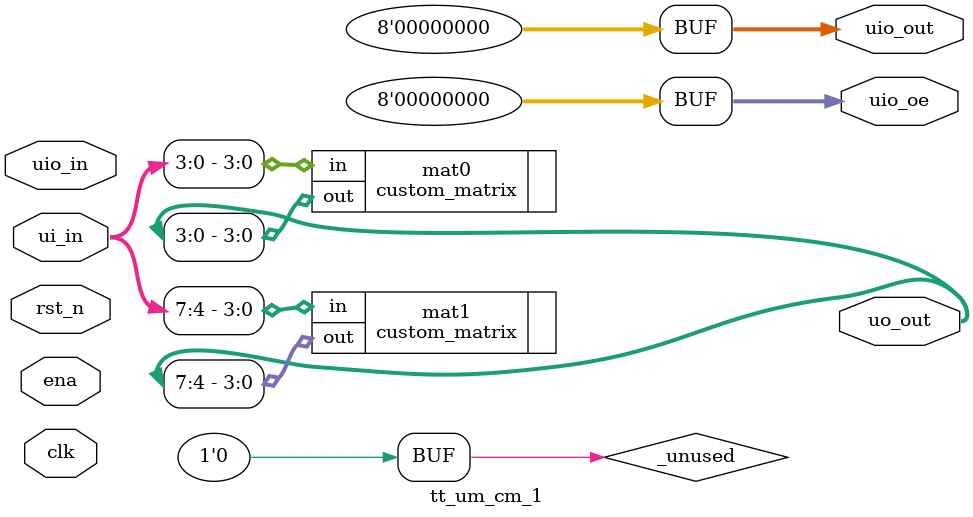
<source format=v>
/*
 * Copyright (c) 2024 Your Name
 * SPDX-License-Identifier: Apache-2.0
 */

`default_nettype none

module tt_um_cm_1 (
    input  wire [7:0] ui_in,    // Dedicated inputs
    output wire [7:0] uo_out,   // Dedicated outputs
    input  wire [7:0] uio_in,   // IOs: Input path
    output wire [7:0] uio_out,  // IOs: Output path
    output wire [7:0] uio_oe,   // IOs: Enable path (active high: 0=input, 1=output)
    input  wire       ena,      // always 1 when the design is powered, so you can ignore it
    input  wire       clk,      // clock
    input  wire       rst_n     // reset_n - low to reset
);

  // All output pins must be assigned. If not used, assign to 0.
  assign uio_out = 0;
  assign uio_oe  = 0;

  // List all unused inputs to prevent warnings
  wire _unused = &{ena, clk, rst_n, uio_in, 1'b0};

  custom_matrix mat0 (
    .in(ui_in[3:0]),
    .out(uo_out[3:0])
  );

  custom_matrix mat1 (
    .in(ui_in[7:4]),
    .out(uo_out[7:4])
  );

endmodule

</source>
